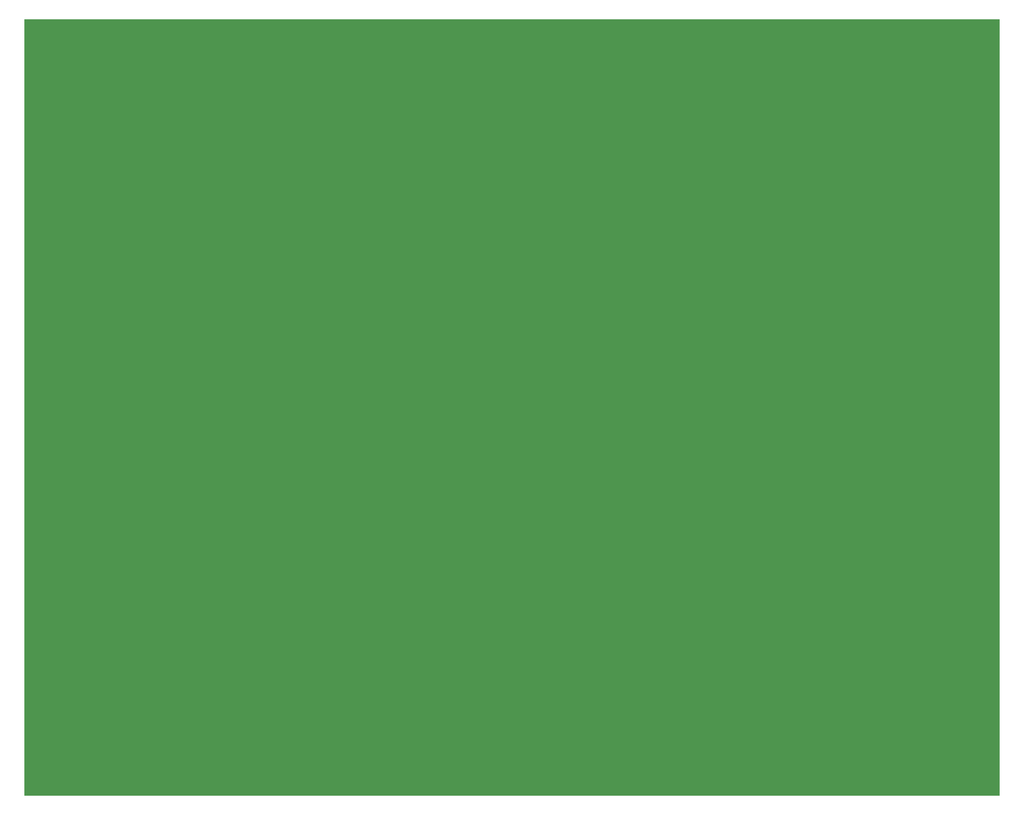
<source format=gtl>
G04 #@! TF.GenerationSoftware,KiCad,Pcbnew,(6.0.1)*
G04 #@! TF.CreationDate,2022-05-30T13:10:03-07:00*
G04 #@! TF.ProjectId,MultiMediaSystem,4d756c74-694d-4656-9469-615379737465,rev?*
G04 #@! TF.SameCoordinates,Original*
G04 #@! TF.FileFunction,Copper,L1,Top*
G04 #@! TF.FilePolarity,Positive*
%FSLAX46Y46*%
G04 Gerber Fmt 4.6, Leading zero omitted, Abs format (unit mm)*
G04 Created by KiCad (PCBNEW (6.0.1)) date 2022-05-30 13:10:03*
%MOMM*%
%LPD*%
G01*
G04 APERTURE LIST*
G04 APERTURE END LIST*
G04 #@! TA.AperFunction,NonConductor*
G36*
X234534121Y-17578002D02*
G01*
X234580614Y-17631658D01*
X234592000Y-17684000D01*
X234592000Y-160516000D01*
X234571998Y-160584121D01*
X234518342Y-160630614D01*
X234466000Y-160642000D01*
X55034000Y-160642000D01*
X54965879Y-160621998D01*
X54919386Y-160568342D01*
X54908000Y-160516000D01*
X54908000Y-17684000D01*
X54928002Y-17615879D01*
X54981658Y-17569386D01*
X55034000Y-17558000D01*
X234466000Y-17558000D01*
X234534121Y-17578002D01*
G37*
G04 #@! TD.AperFunction*
M02*

</source>
